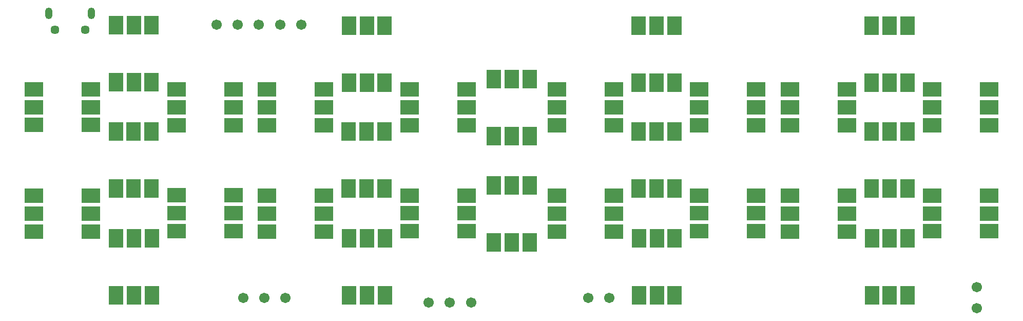
<source format=gbr>
%TF.GenerationSoftware,KiCad,Pcbnew,8.0.6*%
%TF.CreationDate,2024-11-19T16:34:12-08:00*%
%TF.ProjectId,SleepBud,536c6565-7042-4756-942e-6b696361645f,rev?*%
%TF.SameCoordinates,Original*%
%TF.FileFunction,Soldermask,Bot*%
%TF.FilePolarity,Negative*%
%FSLAX46Y46*%
G04 Gerber Fmt 4.6, Leading zero omitted, Abs format (unit mm)*
G04 Created by KiCad (PCBNEW 8.0.6) date 2024-11-19 16:34:12*
%MOMM*%
%LPD*%
G01*
G04 APERTURE LIST*
%ADD10C,1.701800*%
%ADD11O,1.200000X1.900000*%
%ADD12C,1.450000*%
%ADD13R,3.150000X2.400000*%
%ADD14R,2.400000X3.150000*%
G04 APERTURE END LIST*
D10*
%TO.C,J5*%
X132720001Y-104280000D03*
X129220000Y-104280000D03*
X125720000Y-104280000D03*
%TD*%
%TO.C,J6*%
X216145000Y-105246601D03*
X216145000Y-101746599D03*
%TD*%
%TO.C,J4*%
X95129999Y-103580000D03*
X98630000Y-103580000D03*
X102130000Y-103580000D03*
%TD*%
%TO.C,J1*%
X152069998Y-103540000D03*
X155570000Y-103540000D03*
%TD*%
D11*
%TO.C,J2*%
X70090000Y-56612500D03*
D12*
X69090000Y-59312500D03*
X64090000Y-59312500D03*
D11*
X63090000Y-56612500D03*
%TD*%
D10*
%TO.C,J3*%
X90740000Y-58520000D03*
X94240001Y-58520000D03*
X97740001Y-58520000D03*
X101240002Y-58520000D03*
X104740003Y-58520000D03*
%TD*%
D13*
%TO.C,D19*%
X131960000Y-92562500D03*
X122560000Y-92562500D03*
X122560000Y-89612500D03*
X131960000Y-86662500D03*
X122560000Y-86662500D03*
X131960000Y-89612500D03*
%TD*%
%TO.C,D25*%
X84125000Y-69172500D03*
X93525000Y-69172500D03*
X93525000Y-72122500D03*
X84125000Y-75072500D03*
X93525000Y-75072500D03*
X84125000Y-72122500D03*
%TD*%
%TO.C,D12*%
X156265000Y-92610000D03*
X146865000Y-92610000D03*
X146865000Y-89660000D03*
X156265000Y-86710000D03*
X146865000Y-86710000D03*
X156265000Y-89660000D03*
%TD*%
D14*
%TO.C,D30*%
X80025000Y-76122500D03*
X80025000Y-85522500D03*
X77075000Y-85522500D03*
X74125000Y-76122500D03*
X74125000Y-85522500D03*
X77075000Y-76122500D03*
%TD*%
%TO.C,D23*%
X118460000Y-76137500D03*
X118460000Y-85537500D03*
X115510000Y-85537500D03*
X112560000Y-76137500D03*
X112560000Y-85537500D03*
X115510000Y-76137500D03*
%TD*%
%TO.C,D17*%
X118485000Y-58637500D03*
X118485000Y-68037500D03*
X115535000Y-68037500D03*
X112585000Y-58637500D03*
X112585000Y-68037500D03*
X115535000Y-58637500D03*
%TD*%
D13*
%TO.C,D9*%
X170365000Y-69185000D03*
X179765000Y-69185000D03*
X179765000Y-72135000D03*
X170365000Y-75085000D03*
X179765000Y-75085000D03*
X170365000Y-72135000D03*
%TD*%
%TO.C,D22*%
X99085000Y-69162500D03*
X108485000Y-69162500D03*
X108485000Y-72112500D03*
X99085000Y-75062500D03*
X108485000Y-75062500D03*
X99085000Y-72112500D03*
%TD*%
D14*
%TO.C,D15*%
X142390000Y-67440000D03*
X142390000Y-76840000D03*
X139440000Y-76840000D03*
X136490000Y-67440000D03*
X136490000Y-76840000D03*
X139440000Y-67440000D03*
%TD*%
D13*
%TO.C,D5*%
X194700000Y-92625000D03*
X185300000Y-92625000D03*
X185300000Y-89675000D03*
X194700000Y-86725000D03*
X185300000Y-86725000D03*
X194700000Y-89675000D03*
%TD*%
D14*
%TO.C,D1*%
X204725000Y-58650000D03*
X204725000Y-68050000D03*
X201775000Y-68050000D03*
X198825000Y-58650000D03*
X198825000Y-68050000D03*
X201775000Y-58650000D03*
%TD*%
%TO.C,D11*%
X166315000Y-93710000D03*
X166315000Y-103110000D03*
X163365000Y-103110000D03*
X160415000Y-93710000D03*
X160415000Y-103110000D03*
X163365000Y-93710000D03*
%TD*%
%TO.C,D24*%
X80050000Y-58622500D03*
X80050000Y-68022500D03*
X77100000Y-68022500D03*
X74150000Y-58622500D03*
X74150000Y-68022500D03*
X77100000Y-58622500D03*
%TD*%
%TO.C,D7*%
X204700000Y-76150000D03*
X204700000Y-85550000D03*
X201750000Y-85550000D03*
X198800000Y-76150000D03*
X198800000Y-85550000D03*
X201750000Y-76150000D03*
%TD*%
D13*
%TO.C,D3*%
X218200000Y-92575000D03*
X208800000Y-92575000D03*
X208800000Y-89625000D03*
X218200000Y-86675000D03*
X208800000Y-86675000D03*
X218200000Y-89625000D03*
%TD*%
%TO.C,D2*%
X208800000Y-69200000D03*
X218200000Y-69200000D03*
X218200000Y-72150000D03*
X208800000Y-75100000D03*
X218200000Y-75100000D03*
X208800000Y-72150000D03*
%TD*%
D14*
%TO.C,D16*%
X142390000Y-84970000D03*
X142390000Y-94370000D03*
X139440000Y-94370000D03*
X136490000Y-84970000D03*
X136490000Y-94370000D03*
X139440000Y-84970000D03*
%TD*%
D13*
%TO.C,D18*%
X122560000Y-69187500D03*
X131960000Y-69187500D03*
X131960000Y-72137500D03*
X122560000Y-75087500D03*
X131960000Y-75087500D03*
X122560000Y-72137500D03*
%TD*%
%TO.C,D10*%
X179765000Y-92560000D03*
X170365000Y-92560000D03*
X170365000Y-89610000D03*
X179765000Y-86660000D03*
X170365000Y-86660000D03*
X179765000Y-89610000D03*
%TD*%
D14*
%TO.C,D4*%
X204750000Y-93725000D03*
X204750000Y-103125000D03*
X201800000Y-103125000D03*
X198850000Y-93725000D03*
X198850000Y-103125000D03*
X201800000Y-93725000D03*
%TD*%
D13*
%TO.C,D26*%
X93525000Y-92547500D03*
X84125000Y-92547500D03*
X84125000Y-89597500D03*
X93525000Y-86647500D03*
X84125000Y-86647500D03*
X93525000Y-89597500D03*
%TD*%
D14*
%TO.C,D27*%
X80075000Y-93697500D03*
X80075000Y-103097500D03*
X77125000Y-103097500D03*
X74175000Y-93697500D03*
X74175000Y-103097500D03*
X77125000Y-93697500D03*
%TD*%
D13*
%TO.C,D6*%
X185325000Y-69175000D03*
X194725000Y-69175000D03*
X194725000Y-72125000D03*
X185325000Y-75075000D03*
X194725000Y-75075000D03*
X185325000Y-72125000D03*
%TD*%
D14*
%TO.C,D14*%
X166265000Y-76135000D03*
X166265000Y-85535000D03*
X163315000Y-85535000D03*
X160365000Y-76135000D03*
X160365000Y-85535000D03*
X163315000Y-76135000D03*
%TD*%
D13*
%TO.C,D13*%
X146890000Y-69160000D03*
X156290000Y-69160000D03*
X156290000Y-72110000D03*
X146890000Y-75060000D03*
X156290000Y-75060000D03*
X146890000Y-72110000D03*
%TD*%
%TO.C,D21*%
X108460000Y-92612500D03*
X99060000Y-92612500D03*
X99060000Y-89662500D03*
X108460000Y-86712500D03*
X99060000Y-86712500D03*
X108460000Y-89662500D03*
%TD*%
D14*
%TO.C,D8*%
X166290000Y-58635000D03*
X166290000Y-68035000D03*
X163340000Y-68035000D03*
X160390000Y-58635000D03*
X160390000Y-68035000D03*
X163340000Y-58635000D03*
%TD*%
D13*
%TO.C,D28*%
X70025000Y-92597500D03*
X60625000Y-92597500D03*
X60625000Y-89647500D03*
X70025000Y-86697500D03*
X60625000Y-86697500D03*
X70025000Y-89647500D03*
%TD*%
D14*
%TO.C,D20*%
X118510000Y-93712500D03*
X118510000Y-103112500D03*
X115560000Y-103112500D03*
X112610000Y-93712500D03*
X112610000Y-103112500D03*
X115560000Y-93712500D03*
%TD*%
D13*
%TO.C,D29*%
X60650000Y-69147500D03*
X70050000Y-69147500D03*
X70050000Y-72097500D03*
X60650000Y-75047500D03*
X70050000Y-75047500D03*
X60650000Y-72097500D03*
%TD*%
M02*

</source>
